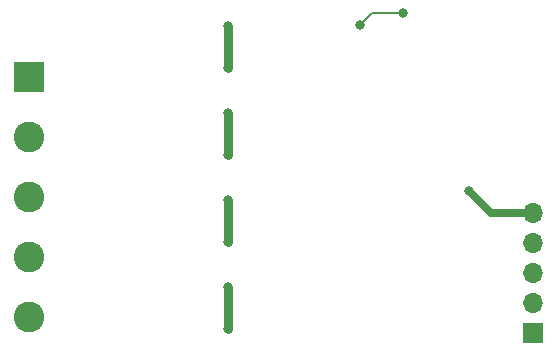
<source format=gbr>
%TF.GenerationSoftware,KiCad,Pcbnew,7.0.10*%
%TF.CreationDate,2024-01-09T12:30:03+01:00*%
%TF.ProjectId,CS_ADD_ON,43535f41-4444-45f4-9f4e-2e6b69636164,rev?*%
%TF.SameCoordinates,Original*%
%TF.FileFunction,Copper,L2,Bot*%
%TF.FilePolarity,Positive*%
%FSLAX46Y46*%
G04 Gerber Fmt 4.6, Leading zero omitted, Abs format (unit mm)*
G04 Created by KiCad (PCBNEW 7.0.10) date 2024-01-09 12:30:03*
%MOMM*%
%LPD*%
G01*
G04 APERTURE LIST*
%TA.AperFunction,ComponentPad*%
%ADD10O,1.700000X1.700000*%
%TD*%
%TA.AperFunction,ComponentPad*%
%ADD11R,1.700000X1.700000*%
%TD*%
%TA.AperFunction,ComponentPad*%
%ADD12C,2.600000*%
%TD*%
%TA.AperFunction,ComponentPad*%
%ADD13R,2.600000X2.600000*%
%TD*%
%TA.AperFunction,ViaPad*%
%ADD14C,0.800000*%
%TD*%
%TA.AperFunction,Conductor*%
%ADD15C,0.700000*%
%TD*%
%TA.AperFunction,Conductor*%
%ADD16C,0.200000*%
%TD*%
%TA.AperFunction,Conductor*%
%ADD17C,0.800000*%
%TD*%
G04 APERTURE END LIST*
D10*
%TO.P,J102,5,Pin_5*%
%TO.N,GND*%
X194863000Y-129941000D03*
%TO.P,J102,4,Pin_4*%
%TO.N,/CS4/TTL*%
X194863000Y-132481000D03*
%TO.P,J102,3,Pin_3*%
%TO.N,/CS3/TTL*%
X194863000Y-135021000D03*
%TO.P,J102,2,Pin_2*%
%TO.N,/CS2/TTL*%
X194863000Y-137561000D03*
D11*
%TO.P,J102,1,Pin_1*%
%TO.N,/CS1/TTL*%
X194863000Y-140101000D03*
%TD*%
D12*
%TO.P,J101,5,Pin_5*%
%TO.N,/CS1/CS*%
X152195000Y-138811000D03*
%TO.P,J101,4,Pin_4*%
%TO.N,/CS2/CS*%
X152195000Y-133731000D03*
%TO.P,J101,3,Pin_3*%
%TO.N,/CS3/CS*%
X152195000Y-128651000D03*
%TO.P,J101,2,Pin_2*%
%TO.N,/CS4/CS*%
X152195000Y-123571000D03*
D13*
%TO.P,J101,1,Pin_1*%
%TO.N,COM*%
X152195000Y-118491000D03*
%TD*%
D14*
%TO.N,GND*%
X189524000Y-128143000D03*
%TO.N,COM*%
X180213000Y-114046000D03*
X183896000Y-113030000D03*
X169037000Y-114173000D03*
X169037000Y-117729000D03*
X169037000Y-121539000D03*
X169037000Y-125095000D03*
X169037000Y-128905000D03*
X169037000Y-132461000D03*
X169037000Y-139827000D03*
X169037000Y-136271000D03*
%TD*%
D15*
%TO.N,GND*%
X191322000Y-129941000D02*
X189524000Y-128143000D01*
X194863000Y-129941000D02*
X191322000Y-129941000D01*
D16*
%TO.N,COM*%
X181229000Y-113030000D02*
X180213000Y-114046000D01*
X183896000Y-113030000D02*
X181229000Y-113030000D01*
D17*
X169037000Y-117729000D02*
X169037000Y-114173000D01*
X169037000Y-125095000D02*
X169037000Y-121539000D01*
X169037000Y-132461000D02*
X169037000Y-128905000D01*
X169037000Y-139827000D02*
X169037000Y-136271000D01*
%TD*%
M02*

</source>
